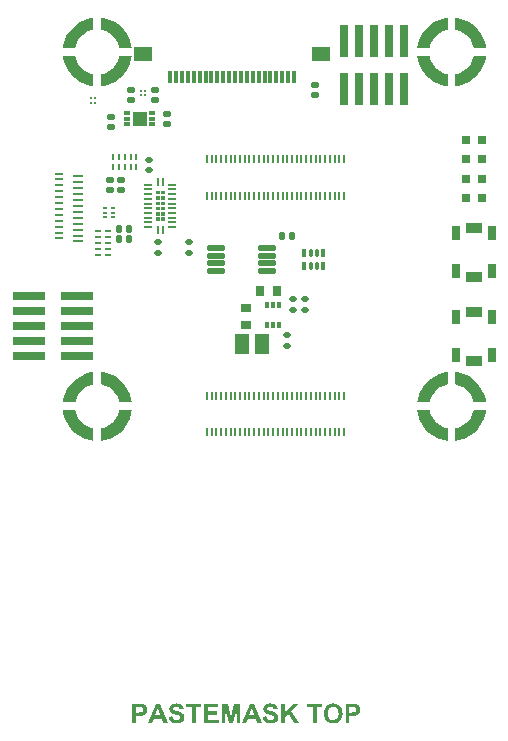
<source format=gtp>
G04*
G04 #@! TF.GenerationSoftware,Altium Limited,Altium Designer,22.5.1 (42)*
G04*
G04 Layer_Color=8421504*
%FSLAX25Y25*%
%MOIN*%
G70*
G04*
G04 #@! TF.SameCoordinates,7D5A9487-70C0-458F-A832-C6248EDC6538*
G04*
G04*
G04 #@! TF.FilePolarity,Positive*
G04*
G01*
G75*
G04:AMPARAMS|DCode=18|XSize=19.68mil|YSize=23.62mil|CornerRadius=5.12mil|HoleSize=0mil|Usage=FLASHONLY|Rotation=90.000|XOffset=0mil|YOffset=0mil|HoleType=Round|Shape=RoundedRectangle|*
%AMROUNDEDRECTD18*
21,1,0.01968,0.01339,0,0,90.0*
21,1,0.00945,0.02362,0,0,90.0*
1,1,0.01024,0.00669,0.00472*
1,1,0.01024,0.00669,-0.00472*
1,1,0.01024,-0.00669,-0.00472*
1,1,0.01024,-0.00669,0.00472*
%
%ADD18ROUNDEDRECTD18*%
%ADD19R,0.02953X0.03150*%
%ADD20R,0.02900X0.11000*%
%ADD21R,0.11000X0.02900*%
%ADD22R,0.04724X0.07165*%
%ADD23R,0.01181X0.01870*%
%ADD24R,0.03700X0.02600*%
%ADD25R,0.02600X0.03700*%
G04:AMPARAMS|DCode=26|XSize=21.26mil|YSize=23.62mil|CornerRadius=5.53mil|HoleSize=0mil|Usage=FLASHONLY|Rotation=270.000|XOffset=0mil|YOffset=0mil|HoleType=Round|Shape=RoundedRectangle|*
%AMROUNDEDRECTD26*
21,1,0.02126,0.01257,0,0,270.0*
21,1,0.01021,0.02362,0,0,270.0*
1,1,0.01106,-0.00628,-0.00510*
1,1,0.01106,-0.00628,0.00510*
1,1,0.01106,0.00628,0.00510*
1,1,0.01106,0.00628,-0.00510*
%
%ADD26ROUNDEDRECTD26*%
G04:AMPARAMS|DCode=27|XSize=25.59mil|YSize=15.75mil|CornerRadius=3.94mil|HoleSize=0mil|Usage=FLASHONLY|Rotation=270.000|XOffset=0mil|YOffset=0mil|HoleType=Round|Shape=RoundedRectangle|*
%AMROUNDEDRECTD27*
21,1,0.02559,0.00787,0,0,270.0*
21,1,0.01772,0.01575,0,0,270.0*
1,1,0.00787,-0.00394,-0.00886*
1,1,0.00787,-0.00394,0.00886*
1,1,0.00787,0.00394,0.00886*
1,1,0.00787,0.00394,-0.00886*
%
%ADD27ROUNDEDRECTD27*%
G04:AMPARAMS|DCode=28|XSize=25.59mil|YSize=11.81mil|CornerRadius=2.95mil|HoleSize=0mil|Usage=FLASHONLY|Rotation=270.000|XOffset=0mil|YOffset=0mil|HoleType=Round|Shape=RoundedRectangle|*
%AMROUNDEDRECTD28*
21,1,0.02559,0.00591,0,0,270.0*
21,1,0.01968,0.01181,0,0,270.0*
1,1,0.00591,-0.00295,-0.00984*
1,1,0.00591,-0.00295,0.00984*
1,1,0.00591,0.00295,0.00984*
1,1,0.00591,0.00295,-0.00984*
%
%ADD28ROUNDEDRECTD28*%
G04:AMPARAMS|DCode=29|XSize=57.87mil|YSize=18.9mil|CornerRadius=2.36mil|HoleSize=0mil|Usage=FLASHONLY|Rotation=0.000|XOffset=0mil|YOffset=0mil|HoleType=Round|Shape=RoundedRectangle|*
%AMROUNDEDRECTD29*
21,1,0.05787,0.01417,0,0,0.0*
21,1,0.05315,0.01890,0,0,0.0*
1,1,0.00472,0.02657,-0.00709*
1,1,0.00472,-0.02657,-0.00709*
1,1,0.00472,-0.02657,0.00709*
1,1,0.00472,0.02657,0.00709*
%
%ADD29ROUNDEDRECTD29*%
%ADD30R,0.01181X0.03937*%
%ADD31R,0.06496X0.05118*%
%ADD32C,0.00800*%
%ADD33R,0.02362X0.01181*%
%ADD34R,0.04528X0.05118*%
G04:AMPARAMS|DCode=35|XSize=21.26mil|YSize=23.62mil|CornerRadius=5.53mil|HoleSize=0mil|Usage=FLASHONLY|Rotation=0.000|XOffset=0mil|YOffset=0mil|HoleType=Round|Shape=RoundedRectangle|*
%AMROUNDEDRECTD35*
21,1,0.02126,0.01257,0,0,0.0*
21,1,0.01021,0.02362,0,0,0.0*
1,1,0.01106,0.00510,-0.00628*
1,1,0.01106,-0.00510,-0.00628*
1,1,0.01106,-0.00510,0.00628*
1,1,0.01106,0.00510,0.00628*
%
%ADD35ROUNDEDRECTD35*%
%ADD36R,0.03543X0.01063*%
%ADD37R,0.03150X0.01063*%
G04:AMPARAMS|DCode=38|XSize=22.24mil|YSize=7.87mil|CornerRadius=1.97mil|HoleSize=0mil|Usage=FLASHONLY|Rotation=270.000|XOffset=0mil|YOffset=0mil|HoleType=Round|Shape=RoundedRectangle|*
%AMROUNDEDRECTD38*
21,1,0.02224,0.00394,0,0,270.0*
21,1,0.01831,0.00787,0,0,270.0*
1,1,0.00394,-0.00197,-0.00915*
1,1,0.00394,-0.00197,0.00915*
1,1,0.00394,0.00197,0.00915*
1,1,0.00394,0.00197,-0.00915*
%
%ADD38ROUNDEDRECTD38*%
G04:AMPARAMS|DCode=39|XSize=22.24mil|YSize=7.87mil|CornerRadius=0.98mil|HoleSize=0mil|Usage=FLASHONLY|Rotation=270.000|XOffset=0mil|YOffset=0mil|HoleType=Round|Shape=RoundedRectangle|*
%AMROUNDEDRECTD39*
21,1,0.02224,0.00591,0,0,270.0*
21,1,0.02028,0.00787,0,0,270.0*
1,1,0.00197,-0.00295,-0.01014*
1,1,0.00197,-0.00295,0.01014*
1,1,0.00197,0.00295,0.01014*
1,1,0.00197,0.00295,-0.01014*
%
%ADD39ROUNDEDRECTD39*%
G04:AMPARAMS|DCode=40|XSize=22.24mil|YSize=7.87mil|CornerRadius=1.97mil|HoleSize=0mil|Usage=FLASHONLY|Rotation=180.000|XOffset=0mil|YOffset=0mil|HoleType=Round|Shape=RoundedRectangle|*
%AMROUNDEDRECTD40*
21,1,0.02224,0.00394,0,0,180.0*
21,1,0.01831,0.00787,0,0,180.0*
1,1,0.00394,-0.00915,0.00197*
1,1,0.00394,0.00915,0.00197*
1,1,0.00394,0.00915,-0.00197*
1,1,0.00394,-0.00915,-0.00197*
%
%ADD40ROUNDEDRECTD40*%
G04:AMPARAMS|DCode=41|XSize=22.24mil|YSize=7.87mil|CornerRadius=0.98mil|HoleSize=0mil|Usage=FLASHONLY|Rotation=180.000|XOffset=0mil|YOffset=0mil|HoleType=Round|Shape=RoundedRectangle|*
%AMROUNDEDRECTD41*
21,1,0.02224,0.00591,0,0,180.0*
21,1,0.02028,0.00787,0,0,180.0*
1,1,0.00197,-0.01014,0.00295*
1,1,0.00197,0.01014,0.00295*
1,1,0.00197,0.01014,-0.00295*
1,1,0.00197,-0.01014,-0.00295*
%
%ADD41ROUNDEDRECTD41*%
%ADD42R,0.01654X0.00866*%
%ADD43R,0.05512X0.03740*%
%ADD44R,0.02953X0.04528*%
%ADD45R,0.00787X0.02756*%
%ADD46C,0.01000*%
G04:AMPARAMS|DCode=47|XSize=25.98mil|YSize=8.66mil|CornerRadius=1.08mil|HoleSize=0mil|Usage=FLASHONLY|Rotation=180.000|XOffset=0mil|YOffset=0mil|HoleType=Round|Shape=RoundedRectangle|*
%AMROUNDEDRECTD47*
21,1,0.02598,0.00650,0,0,180.0*
21,1,0.02382,0.00866,0,0,180.0*
1,1,0.00217,-0.01191,0.00325*
1,1,0.00217,0.01191,0.00325*
1,1,0.00217,0.01191,-0.00325*
1,1,0.00217,-0.01191,-0.00325*
%
%ADD47ROUNDEDRECTD47*%
G04:AMPARAMS|DCode=48|XSize=8.66mil|YSize=25.98mil|CornerRadius=1.08mil|HoleSize=0mil|Usage=FLASHONLY|Rotation=180.000|XOffset=0mil|YOffset=0mil|HoleType=Round|Shape=RoundedRectangle|*
%AMROUNDEDRECTD48*
21,1,0.00866,0.02382,0,0,180.0*
21,1,0.00650,0.02598,0,0,180.0*
1,1,0.00217,-0.00325,0.01191*
1,1,0.00217,0.00325,0.01191*
1,1,0.00217,0.00325,-0.01191*
1,1,0.00217,-0.00325,-0.01191*
%
%ADD48ROUNDEDRECTD48*%
G36*
X6643Y28406D02*
X5462D01*
Y29587D01*
X6643D01*
Y28406D01*
D02*
G37*
G36*
Y26634D02*
X5462D01*
Y27815D01*
X6643D01*
Y26634D01*
D02*
G37*
G36*
Y24862D02*
X5462D01*
Y26043D01*
X6643D01*
Y24862D01*
D02*
G37*
G36*
X-11870Y-25583D02*
X-10009Y-26117D01*
X-8264Y-26955D01*
X-6683Y-28073D01*
X-5312Y-29439D01*
X-4188Y-31015D01*
X-3344Y-32757D01*
X-2803Y-34616D01*
X-2691Y-35577D01*
X-2691Y-35620D01*
X-6742D01*
Y-35616D01*
X-6742Y-35616D01*
X-6862Y-35055D01*
X-7228Y-33970D01*
X-7757Y-32953D01*
X-8434Y-32029D01*
X-9244Y-31220D01*
X-10169Y-30543D01*
X-11185Y-30016D01*
X-12271Y-29649D01*
X-12832Y-29530D01*
Y-25475D01*
X-11870Y-25583D01*
D02*
G37*
G36*
X-15391Y-29531D02*
X-15395D01*
Y-29531D01*
X-15956Y-29651D01*
X-17041Y-30018D01*
X-18058Y-30546D01*
X-18982Y-31223D01*
X-19792Y-32033D01*
X-20468Y-32958D01*
X-20996Y-33974D01*
X-21362Y-35060D01*
X-21481Y-35620D01*
X-25536D01*
X-25428Y-34659D01*
X-24894Y-32798D01*
X-24056Y-31053D01*
X-22939Y-29472D01*
X-21572Y-28101D01*
X-19996Y-26977D01*
X-18254Y-26133D01*
X-16395Y-25592D01*
X-15434Y-25480D01*
X-15391Y-25480D01*
Y-29531D01*
D02*
G37*
G36*
X-2686Y-38179D02*
X-2794Y-39141D01*
X-3328Y-41002D01*
X-4166Y-42747D01*
X-5284Y-44328D01*
X-6650Y-45699D01*
X-8226Y-46823D01*
X-9968Y-47667D01*
X-11827Y-48208D01*
X-12788Y-48320D01*
X-12832D01*
Y-44269D01*
X-12827D01*
X-12266Y-44149D01*
X-11181Y-43782D01*
X-10164Y-43254D01*
X-9240Y-42577D01*
X-8431Y-41767D01*
X-7754Y-40843D01*
X-7226Y-39826D01*
X-6861Y-38740D01*
X-6741Y-38179D01*
X-2686Y-38179D01*
Y-38179D01*
D02*
G37*
G36*
X-21360Y-38745D02*
X-20993Y-39830D01*
X-20465Y-40847D01*
X-19788Y-41771D01*
X-18978Y-42581D01*
X-18054Y-43257D01*
X-17037Y-43784D01*
X-15951Y-44151D01*
X-15391Y-44270D01*
X-15391Y-44270D01*
X-15391Y-48325D01*
X-16352Y-48217D01*
X-18213Y-47683D01*
X-19958Y-46845D01*
X-21539Y-45727D01*
X-22910Y-44361D01*
X-24034Y-42785D01*
X-24878Y-41043D01*
X-25419Y-39184D01*
X-25531Y-38223D01*
X-21476D01*
X-21480Y-38184D01*
X-21360Y-38745D01*
D02*
G37*
G36*
X-11870Y92519D02*
X-10009Y91985D01*
X-8264Y91147D01*
X-6683Y90029D01*
X-5312Y88663D01*
X-4188Y87087D01*
X-3344Y85345D01*
X-2803Y83486D01*
X-2691Y82525D01*
X-2691Y82481D01*
X-6742D01*
Y82486D01*
X-6742Y82486D01*
X-6862Y83047D01*
X-7228Y84132D01*
X-7757Y85149D01*
X-8434Y86073D01*
X-9244Y86883D01*
X-10169Y87559D01*
X-11185Y88086D01*
X-12271Y88452D01*
X-12832Y88572D01*
Y92627D01*
X-11870Y92519D01*
D02*
G37*
G36*
X-15391Y88571D02*
X-15395D01*
Y88571D01*
X-15956Y88451D01*
X-17041Y88085D01*
X-18058Y87556D01*
X-18982Y86879D01*
X-19792Y86069D01*
X-20468Y85145D01*
X-20996Y84128D01*
X-21362Y83042D01*
X-21481Y82481D01*
X-25536D01*
X-25428Y83443D01*
X-24894Y85304D01*
X-24056Y87049D01*
X-22939Y88630D01*
X-21572Y90001D01*
X-19996Y91125D01*
X-18254Y91969D01*
X-16395Y92510D01*
X-15434Y92622D01*
X-15391Y92622D01*
Y88571D01*
D02*
G37*
G36*
X-2686Y79922D02*
X-2794Y78961D01*
X-3328Y77100D01*
X-4166Y75355D01*
X-5284Y73774D01*
X-6650Y72403D01*
X-8226Y71279D01*
X-9968Y70435D01*
X-11827Y69894D01*
X-12788Y69782D01*
X-12832D01*
Y73833D01*
X-12827D01*
X-12266Y73953D01*
X-11181Y74319D01*
X-10164Y74848D01*
X-9240Y75525D01*
X-8431Y76335D01*
X-7754Y77259D01*
X-7226Y78276D01*
X-6861Y79362D01*
X-6741Y79922D01*
X-2686Y79922D01*
Y79922D01*
D02*
G37*
G36*
X-21360Y79357D02*
X-20993Y78272D01*
X-20465Y77255D01*
X-19788Y76331D01*
X-18978Y75521D01*
X-18054Y74845D01*
X-17037Y74318D01*
X-15951Y73952D01*
X-15391Y73832D01*
X-15391Y73832D01*
X-15391Y69777D01*
X-16352Y69885D01*
X-18213Y70419D01*
X-19958Y71257D01*
X-21539Y72374D01*
X-22910Y73741D01*
X-24034Y75317D01*
X-24878Y77059D01*
X-25419Y78918D01*
X-25531Y79879D01*
X-21476D01*
X-21480Y79918D01*
X-21360Y79357D01*
D02*
G37*
G36*
X6643Y33721D02*
X5462D01*
Y34902D01*
X6643D01*
Y33721D01*
D02*
G37*
G36*
Y31949D02*
X5462D01*
Y33130D01*
X6643D01*
Y31949D01*
D02*
G37*
G36*
Y30177D02*
X5462D01*
Y31358D01*
X6643D01*
Y30177D01*
D02*
G37*
G36*
X8415Y28406D02*
X7234D01*
Y29587D01*
X8415D01*
Y28406D01*
D02*
G37*
G36*
Y26634D02*
X7234D01*
Y27815D01*
X8415D01*
Y26634D01*
D02*
G37*
G36*
Y24862D02*
X7234D01*
Y26043D01*
X8415D01*
Y24862D01*
D02*
G37*
G36*
X106241Y-25583D02*
X108102Y-26117D01*
X109847Y-26955D01*
X111428Y-28073D01*
X112799Y-29439D01*
X113923Y-31015D01*
X114767Y-32757D01*
X115308Y-34616D01*
X115420Y-35577D01*
X115420Y-35620D01*
X111369D01*
Y-35616D01*
X111369Y-35616D01*
X111249Y-35055D01*
X110882Y-33970D01*
X110354Y-32953D01*
X109677Y-32029D01*
X108867Y-31220D01*
X107942Y-30543D01*
X106926Y-30016D01*
X105840Y-29649D01*
X105280Y-29530D01*
Y-25475D01*
X106241Y-25583D01*
D02*
G37*
G36*
X102720Y-29531D02*
X102716D01*
Y-29531D01*
X102155Y-29651D01*
X101070Y-30018D01*
X100053Y-30546D01*
X99129Y-31223D01*
X98320Y-32033D01*
X97643Y-32958D01*
X97115Y-33974D01*
X96750Y-35060D01*
X96630Y-35620D01*
X92575D01*
X92683Y-34659D01*
X93217Y-32798D01*
X94055Y-31053D01*
X95173Y-29472D01*
X96539Y-28101D01*
X98115Y-26977D01*
X99857Y-26133D01*
X101716Y-25592D01*
X102677Y-25480D01*
X102720Y-25480D01*
Y-29531D01*
D02*
G37*
G36*
X115425Y-38179D02*
X115317Y-39141D01*
X114783Y-41002D01*
X113945Y-42747D01*
X112827Y-44328D01*
X111461Y-45699D01*
X109885Y-46823D01*
X108143Y-47667D01*
X106284Y-48208D01*
X105323Y-48320D01*
X105280D01*
Y-44269D01*
X105284D01*
X105845Y-44149D01*
X106930Y-43782D01*
X107947Y-43254D01*
X108871Y-42577D01*
X109680Y-41767D01*
X110357Y-40843D01*
X110884Y-39826D01*
X111250Y-38740D01*
X111370Y-38179D01*
X115425Y-38179D01*
Y-38179D01*
D02*
G37*
G36*
X96751Y-38745D02*
X97118Y-39830D01*
X97646Y-40847D01*
X98323Y-41771D01*
X99133Y-42581D01*
X100057Y-43257D01*
X101074Y-43784D01*
X102160Y-44151D01*
X102720Y-44270D01*
X102720Y-44270D01*
X102720Y-48325D01*
X101759Y-48217D01*
X99898Y-47683D01*
X98153Y-46845D01*
X96572Y-45727D01*
X95201Y-44361D01*
X94077Y-42785D01*
X93233Y-41043D01*
X92692Y-39184D01*
X92580Y-38223D01*
X96635D01*
X96631Y-38184D01*
X96751Y-38745D01*
D02*
G37*
G36*
X106241Y92519D02*
X108102Y91985D01*
X109847Y91147D01*
X111428Y90029D01*
X112799Y88663D01*
X113923Y87087D01*
X114767Y85345D01*
X115308Y83486D01*
X115420Y82525D01*
X115420Y82481D01*
X111369D01*
Y82486D01*
X111369Y82486D01*
X111249Y83047D01*
X110882Y84132D01*
X110354Y85149D01*
X109677Y86073D01*
X108867Y86883D01*
X107942Y87559D01*
X106926Y88086D01*
X105840Y88452D01*
X105280Y88572D01*
Y92627D01*
X106241Y92519D01*
D02*
G37*
G36*
X102720Y88571D02*
X102716D01*
Y88571D01*
X102155Y88451D01*
X101070Y88085D01*
X100053Y87556D01*
X99129Y86879D01*
X98320Y86069D01*
X97643Y85145D01*
X97115Y84128D01*
X96750Y83042D01*
X96630Y82481D01*
X92575D01*
X92683Y83443D01*
X93217Y85304D01*
X94055Y87049D01*
X95173Y88630D01*
X96539Y90001D01*
X98115Y91125D01*
X99857Y91969D01*
X101716Y92510D01*
X102677Y92622D01*
X102720Y92622D01*
Y88571D01*
D02*
G37*
G36*
X115425Y79922D02*
X115317Y78961D01*
X114783Y77100D01*
X113945Y75355D01*
X112827Y73774D01*
X111461Y72403D01*
X109885Y71279D01*
X108143Y70435D01*
X106284Y69894D01*
X105323Y69782D01*
X105280D01*
Y73833D01*
X105284D01*
X105845Y73953D01*
X106930Y74319D01*
X107947Y74848D01*
X108871Y75525D01*
X109680Y76335D01*
X110357Y77259D01*
X110884Y78276D01*
X111250Y79362D01*
X111370Y79922D01*
X115425Y79922D01*
Y79922D01*
D02*
G37*
G36*
X96751Y79357D02*
X97118Y78272D01*
X97646Y77255D01*
X98323Y76331D01*
X99133Y75521D01*
X100057Y74845D01*
X101074Y74318D01*
X102160Y73952D01*
X102720Y73832D01*
X102720Y73832D01*
X102720Y69777D01*
X101759Y69885D01*
X99898Y70419D01*
X98153Y71257D01*
X96572Y72374D01*
X95201Y73741D01*
X94077Y75317D01*
X93233Y77059D01*
X92692Y78918D01*
X92580Y79879D01*
X96635D01*
X96631Y79918D01*
X96751Y79357D01*
D02*
G37*
G36*
X8415Y33721D02*
X7234D01*
Y34902D01*
X8415D01*
Y33721D01*
D02*
G37*
G36*
Y31949D02*
X7234D01*
Y33130D01*
X8415D01*
Y31949D01*
D02*
G37*
G36*
Y30177D02*
X7234D01*
Y31358D01*
X8415D01*
Y30177D01*
D02*
G37*
G36*
X43748Y-135958D02*
X43849Y-135967D01*
X43970Y-135977D01*
X44090Y-135995D01*
X44229Y-136014D01*
X44525Y-136078D01*
X44673Y-136125D01*
X44821Y-136171D01*
X44969Y-136236D01*
X45107Y-136310D01*
X45237Y-136393D01*
X45357Y-136485D01*
X45366Y-136495D01*
X45385Y-136513D01*
X45413Y-136541D01*
X45450Y-136578D01*
X45496Y-136633D01*
X45551Y-136698D01*
X45607Y-136772D01*
X45672Y-136855D01*
X45727Y-136957D01*
X45783Y-137059D01*
X45838Y-137179D01*
X45884Y-137309D01*
X45931Y-137438D01*
X45968Y-137586D01*
X45995Y-137734D01*
X46005Y-137901D01*
X44710Y-137947D01*
Y-137938D01*
Y-137928D01*
X44691Y-137864D01*
X44673Y-137780D01*
X44636Y-137679D01*
X44589Y-137558D01*
X44525Y-137447D01*
X44441Y-137336D01*
X44349Y-137244D01*
X44340Y-137235D01*
X44303Y-137207D01*
X44238Y-137170D01*
X44145Y-137133D01*
X44034Y-137096D01*
X43896Y-137059D01*
X43729Y-137031D01*
X43535Y-137022D01*
X43442D01*
X43341Y-137031D01*
X43220Y-137050D01*
X43082Y-137077D01*
X42934Y-137124D01*
X42795Y-137179D01*
X42665Y-137262D01*
X42656Y-137272D01*
X42638Y-137290D01*
X42601Y-137318D01*
X42564Y-137364D01*
X42527Y-137420D01*
X42490Y-137494D01*
X42471Y-137568D01*
X42462Y-137660D01*
Y-137669D01*
Y-137697D01*
X42471Y-137743D01*
X42490Y-137790D01*
X42508Y-137854D01*
X42536Y-137919D01*
X42582Y-137984D01*
X42647Y-138049D01*
X42656Y-138058D01*
X42702Y-138086D01*
X42730Y-138104D01*
X42776Y-138123D01*
X42823Y-138150D01*
X42887Y-138178D01*
X42961Y-138206D01*
X43045Y-138243D01*
X43146Y-138280D01*
X43248Y-138317D01*
X43378Y-138354D01*
X43516Y-138391D01*
X43664Y-138428D01*
X43831Y-138474D01*
X43840D01*
X43877Y-138483D01*
X43923Y-138493D01*
X43988Y-138511D01*
X44062Y-138530D01*
X44155Y-138557D01*
X44256Y-138585D01*
X44358Y-138613D01*
X44580Y-138687D01*
X44811Y-138761D01*
X45033Y-138844D01*
X45126Y-138890D01*
X45218Y-138937D01*
X45228D01*
X45237Y-138946D01*
X45292Y-138983D01*
X45376Y-139038D01*
X45477Y-139112D01*
X45588Y-139205D01*
X45709Y-139316D01*
X45829Y-139445D01*
X45931Y-139593D01*
X45940Y-139612D01*
X45968Y-139667D01*
X46014Y-139751D01*
X46060Y-139871D01*
X46106Y-140019D01*
X46153Y-140195D01*
X46180Y-140389D01*
X46190Y-140611D01*
Y-140620D01*
Y-140639D01*
Y-140666D01*
Y-140703D01*
X46180Y-140750D01*
X46171Y-140814D01*
X46153Y-140944D01*
X46116Y-141110D01*
X46060Y-141286D01*
X45977Y-141462D01*
X45875Y-141647D01*
Y-141656D01*
X45857Y-141665D01*
X45820Y-141721D01*
X45746Y-141813D01*
X45653Y-141915D01*
X45533Y-142035D01*
X45376Y-142146D01*
X45209Y-142257D01*
X45006Y-142359D01*
X44996D01*
X44978Y-142368D01*
X44950Y-142378D01*
X44904Y-142396D01*
X44848Y-142415D01*
X44784Y-142433D01*
X44710Y-142452D01*
X44626Y-142470D01*
X44525Y-142498D01*
X44423Y-142516D01*
X44182Y-142553D01*
X43914Y-142581D01*
X43618Y-142590D01*
X43498D01*
X43415Y-142581D01*
X43313Y-142572D01*
X43202Y-142563D01*
X43072Y-142544D01*
X42934Y-142516D01*
X42628Y-142452D01*
X42471Y-142405D01*
X42323Y-142359D01*
X42166Y-142294D01*
X42018Y-142220D01*
X41879Y-142137D01*
X41750Y-142035D01*
X41740Y-142026D01*
X41722Y-142008D01*
X41685Y-141980D01*
X41648Y-141934D01*
X41592Y-141869D01*
X41537Y-141795D01*
X41472Y-141712D01*
X41407Y-141619D01*
X41343Y-141508D01*
X41278Y-141388D01*
X41213Y-141249D01*
X41148Y-141101D01*
X41102Y-140944D01*
X41047Y-140768D01*
X41010Y-140583D01*
X40982Y-140389D01*
X42240Y-140269D01*
Y-140278D01*
X42249Y-140296D01*
Y-140333D01*
X42258Y-140370D01*
X42295Y-140481D01*
X42342Y-140620D01*
X42397Y-140777D01*
X42480Y-140935D01*
X42573Y-141073D01*
X42693Y-141203D01*
X42712Y-141212D01*
X42758Y-141249D01*
X42832Y-141295D01*
X42943Y-141351D01*
X43082Y-141406D01*
X43239Y-141453D01*
X43424Y-141490D01*
X43637Y-141499D01*
X43738D01*
X43849Y-141480D01*
X43988Y-141462D01*
X44136Y-141434D01*
X44293Y-141388D01*
X44441Y-141323D01*
X44571Y-141240D01*
X44589Y-141231D01*
X44626Y-141194D01*
X44673Y-141138D01*
X44737Y-141064D01*
X44793Y-140972D01*
X44848Y-140861D01*
X44885Y-140750D01*
X44895Y-140620D01*
Y-140611D01*
Y-140583D01*
X44885Y-140537D01*
X44876Y-140481D01*
X44858Y-140426D01*
X44839Y-140361D01*
X44802Y-140296D01*
X44756Y-140232D01*
X44747Y-140222D01*
X44728Y-140204D01*
X44700Y-140176D01*
X44654Y-140139D01*
X44589Y-140093D01*
X44506Y-140047D01*
X44414Y-140000D01*
X44293Y-139954D01*
X44284D01*
X44247Y-139936D01*
X44182Y-139917D01*
X44136Y-139899D01*
X44081Y-139889D01*
X44016Y-139871D01*
X43942Y-139843D01*
X43859Y-139825D01*
X43766Y-139797D01*
X43655Y-139769D01*
X43535Y-139741D01*
X43405Y-139704D01*
X43257Y-139667D01*
X43248D01*
X43211Y-139658D01*
X43156Y-139640D01*
X43091Y-139621D01*
X43008Y-139593D01*
X42906Y-139566D01*
X42804Y-139529D01*
X42684Y-139492D01*
X42443Y-139399D01*
X42212Y-139288D01*
X42092Y-139233D01*
X41990Y-139168D01*
X41888Y-139103D01*
X41805Y-139038D01*
X41796Y-139029D01*
X41777Y-139011D01*
X41750Y-138983D01*
X41713Y-138946D01*
X41666Y-138890D01*
X41620Y-138826D01*
X41565Y-138761D01*
X41518Y-138678D01*
X41407Y-138483D01*
X41315Y-138261D01*
X41278Y-138141D01*
X41250Y-138021D01*
X41232Y-137882D01*
X41222Y-137743D01*
Y-137734D01*
Y-137725D01*
Y-137697D01*
Y-137660D01*
X41241Y-137568D01*
X41259Y-137447D01*
X41287Y-137309D01*
X41333Y-137151D01*
X41398Y-136985D01*
X41491Y-136828D01*
Y-136818D01*
X41500Y-136809D01*
X41546Y-136754D01*
X41602Y-136680D01*
X41694Y-136587D01*
X41805Y-136485D01*
X41944Y-136374D01*
X42101Y-136273D01*
X42286Y-136180D01*
X42295D01*
X42314Y-136171D01*
X42342Y-136162D01*
X42379Y-136143D01*
X42434Y-136125D01*
X42490Y-136106D01*
X42564Y-136088D01*
X42647Y-136060D01*
X42832Y-136023D01*
X43045Y-135986D01*
X43285Y-135958D01*
X43553Y-135949D01*
X43664D01*
X43748Y-135958D01*
D02*
G37*
G36*
X12436Y-135958D02*
X12538Y-135967D01*
X12658Y-135977D01*
X12779Y-135995D01*
X12917Y-136014D01*
X13213Y-136078D01*
X13361Y-136125D01*
X13509Y-136171D01*
X13657Y-136236D01*
X13796Y-136310D01*
X13926Y-136393D01*
X14046Y-136485D01*
X14055Y-136495D01*
X14074Y-136513D01*
X14101Y-136541D01*
X14138Y-136578D01*
X14185Y-136633D01*
X14240Y-136698D01*
X14296Y-136772D01*
X14360Y-136855D01*
X14416Y-136957D01*
X14471Y-137059D01*
X14527Y-137179D01*
X14573Y-137309D01*
X14619Y-137438D01*
X14656Y-137586D01*
X14684Y-137734D01*
X14693Y-137901D01*
X13398Y-137947D01*
Y-137938D01*
Y-137928D01*
X13380Y-137864D01*
X13361Y-137780D01*
X13324Y-137679D01*
X13278Y-137558D01*
X13213Y-137447D01*
X13130Y-137336D01*
X13038Y-137244D01*
X13028Y-137235D01*
X12991Y-137207D01*
X12927Y-137170D01*
X12834Y-137133D01*
X12723Y-137096D01*
X12584Y-137059D01*
X12418Y-137031D01*
X12224Y-137022D01*
X12131D01*
X12029Y-137031D01*
X11909Y-137050D01*
X11770Y-137077D01*
X11622Y-137124D01*
X11484Y-137179D01*
X11354Y-137262D01*
X11345Y-137272D01*
X11326Y-137290D01*
X11289Y-137318D01*
X11252Y-137364D01*
X11215Y-137420D01*
X11178Y-137494D01*
X11160Y-137568D01*
X11151Y-137660D01*
Y-137669D01*
Y-137697D01*
X11160Y-137743D01*
X11178Y-137790D01*
X11197Y-137854D01*
X11225Y-137919D01*
X11271Y-137984D01*
X11336Y-138049D01*
X11345Y-138058D01*
X11391Y-138086D01*
X11419Y-138104D01*
X11465Y-138123D01*
X11511Y-138150D01*
X11576Y-138178D01*
X11650Y-138206D01*
X11733Y-138243D01*
X11835Y-138280D01*
X11937Y-138317D01*
X12066Y-138354D01*
X12205Y-138391D01*
X12353Y-138428D01*
X12520Y-138474D01*
X12529D01*
X12566Y-138483D01*
X12612Y-138493D01*
X12677Y-138511D01*
X12751Y-138530D01*
X12843Y-138557D01*
X12945Y-138585D01*
X13047Y-138613D01*
X13269Y-138687D01*
X13500Y-138761D01*
X13722Y-138844D01*
X13815Y-138890D01*
X13907Y-138937D01*
X13916D01*
X13926Y-138946D01*
X13981Y-138983D01*
X14064Y-139038D01*
X14166Y-139112D01*
X14277Y-139205D01*
X14397Y-139316D01*
X14518Y-139445D01*
X14619Y-139593D01*
X14629Y-139612D01*
X14656Y-139667D01*
X14703Y-139751D01*
X14749Y-139871D01*
X14795Y-140019D01*
X14841Y-140195D01*
X14869Y-140389D01*
X14878Y-140611D01*
Y-140620D01*
Y-140639D01*
Y-140666D01*
Y-140703D01*
X14869Y-140750D01*
X14860Y-140814D01*
X14841Y-140944D01*
X14804Y-141110D01*
X14749Y-141286D01*
X14666Y-141462D01*
X14564Y-141647D01*
Y-141656D01*
X14545Y-141665D01*
X14508Y-141721D01*
X14434Y-141813D01*
X14342Y-141915D01*
X14222Y-142035D01*
X14064Y-142146D01*
X13898Y-142257D01*
X13694Y-142359D01*
X13685D01*
X13667Y-142368D01*
X13639Y-142378D01*
X13593Y-142396D01*
X13537Y-142415D01*
X13472Y-142433D01*
X13398Y-142452D01*
X13315Y-142470D01*
X13213Y-142498D01*
X13112Y-142516D01*
X12871Y-142553D01*
X12603Y-142581D01*
X12307Y-142590D01*
X12187D01*
X12103Y-142581D01*
X12002Y-142572D01*
X11891Y-142563D01*
X11761Y-142544D01*
X11622Y-142516D01*
X11317Y-142452D01*
X11160Y-142405D01*
X11012Y-142359D01*
X10855Y-142294D01*
X10707Y-142220D01*
X10568Y-142137D01*
X10438Y-142035D01*
X10429Y-142026D01*
X10411Y-142008D01*
X10374Y-141980D01*
X10337Y-141934D01*
X10281Y-141869D01*
X10226Y-141795D01*
X10161Y-141712D01*
X10096Y-141619D01*
X10031Y-141508D01*
X9967Y-141388D01*
X9902Y-141249D01*
X9837Y-141101D01*
X9791Y-140944D01*
X9735Y-140768D01*
X9698Y-140583D01*
X9671Y-140389D01*
X10929Y-140269D01*
Y-140278D01*
X10938Y-140296D01*
Y-140333D01*
X10947Y-140370D01*
X10984Y-140481D01*
X11030Y-140620D01*
X11086Y-140777D01*
X11169Y-140935D01*
X11262Y-141073D01*
X11382Y-141203D01*
X11400Y-141212D01*
X11447Y-141249D01*
X11521Y-141295D01*
X11632Y-141351D01*
X11770Y-141406D01*
X11928Y-141453D01*
X12113Y-141490D01*
X12325Y-141499D01*
X12427D01*
X12538Y-141480D01*
X12677Y-141462D01*
X12825Y-141434D01*
X12982Y-141388D01*
X13130Y-141323D01*
X13260Y-141240D01*
X13278Y-141231D01*
X13315Y-141194D01*
X13361Y-141138D01*
X13426Y-141064D01*
X13482Y-140972D01*
X13537Y-140861D01*
X13574Y-140750D01*
X13583Y-140620D01*
Y-140611D01*
Y-140583D01*
X13574Y-140537D01*
X13565Y-140481D01*
X13546Y-140426D01*
X13528Y-140361D01*
X13491Y-140296D01*
X13445Y-140232D01*
X13435Y-140222D01*
X13417Y-140204D01*
X13389Y-140176D01*
X13343Y-140139D01*
X13278Y-140093D01*
X13195Y-140047D01*
X13102Y-140000D01*
X12982Y-139954D01*
X12973D01*
X12936Y-139936D01*
X12871Y-139917D01*
X12825Y-139899D01*
X12769Y-139889D01*
X12705Y-139871D01*
X12631Y-139843D01*
X12547Y-139825D01*
X12455Y-139797D01*
X12344Y-139769D01*
X12224Y-139741D01*
X12094Y-139704D01*
X11946Y-139667D01*
X11937D01*
X11900Y-139658D01*
X11844Y-139640D01*
X11780Y-139621D01*
X11696Y-139593D01*
X11595Y-139566D01*
X11493Y-139529D01*
X11373Y-139492D01*
X11132Y-139399D01*
X10901Y-139288D01*
X10781Y-139233D01*
X10679Y-139168D01*
X10577Y-139103D01*
X10494Y-139038D01*
X10485Y-139029D01*
X10466Y-139011D01*
X10438Y-138983D01*
X10401Y-138946D01*
X10355Y-138890D01*
X10309Y-138826D01*
X10253Y-138761D01*
X10207Y-138678D01*
X10096Y-138483D01*
X10004Y-138261D01*
X9967Y-138141D01*
X9939Y-138021D01*
X9920Y-137882D01*
X9911Y-137743D01*
Y-137734D01*
Y-137725D01*
Y-137697D01*
Y-137660D01*
X9930Y-137568D01*
X9948Y-137447D01*
X9976Y-137309D01*
X10022Y-137151D01*
X10087Y-136985D01*
X10179Y-136828D01*
Y-136818D01*
X10189Y-136809D01*
X10235Y-136754D01*
X10290Y-136680D01*
X10383Y-136587D01*
X10494Y-136485D01*
X10633Y-136374D01*
X10790Y-136273D01*
X10975Y-136180D01*
X10984D01*
X11003Y-136171D01*
X11030Y-136162D01*
X11067Y-136143D01*
X11123Y-136125D01*
X11178Y-136106D01*
X11252Y-136088D01*
X11336Y-136060D01*
X11521Y-136023D01*
X11733Y-135986D01*
X11974Y-135958D01*
X12242Y-135949D01*
X12353D01*
X12436Y-135958D01*
D02*
G37*
G36*
X50528Y-138567D02*
X53072Y-142470D01*
X51397D01*
X49631Y-139464D01*
X48585Y-140537D01*
Y-142470D01*
X47290D01*
Y-136069D01*
X48585D01*
Y-138918D01*
X51212Y-136069D01*
X52951D01*
X50528Y-138567D01*
D02*
G37*
G36*
X33554Y-142470D02*
X32361D01*
X32352Y-137438D01*
X31094Y-142470D01*
X29845D01*
X28587Y-137438D01*
Y-142470D01*
X27394D01*
Y-136069D01*
X29327D01*
X30474Y-140444D01*
X31612Y-136069D01*
X33554D01*
Y-142470D01*
D02*
G37*
G36*
X71118Y-136078D02*
X71359D01*
X71618Y-136097D01*
X71877Y-136115D01*
X71988Y-136125D01*
X72099Y-136134D01*
X72191Y-136152D01*
X72265Y-136171D01*
X72275D01*
X72293Y-136180D01*
X72321Y-136189D01*
X72358Y-136199D01*
X72460Y-136245D01*
X72589Y-136300D01*
X72728Y-136384D01*
X72885Y-136495D01*
X73033Y-136633D01*
X73181Y-136800D01*
Y-136809D01*
X73200Y-136818D01*
X73218Y-136846D01*
X73237Y-136883D01*
X73274Y-136939D01*
X73301Y-136994D01*
X73338Y-137059D01*
X73375Y-137133D01*
X73440Y-137318D01*
X73505Y-137521D01*
X73542Y-137771D01*
X73560Y-138039D01*
Y-138049D01*
Y-138067D01*
Y-138095D01*
Y-138141D01*
X73551Y-138187D01*
Y-138252D01*
X73533Y-138382D01*
X73505Y-138539D01*
X73468Y-138715D01*
X73412Y-138881D01*
X73338Y-139038D01*
X73329Y-139057D01*
X73301Y-139103D01*
X73255Y-139177D01*
X73190Y-139270D01*
X73116Y-139362D01*
X73015Y-139473D01*
X72913Y-139575D01*
X72793Y-139667D01*
X72774Y-139677D01*
X72737Y-139704D01*
X72672Y-139741D01*
X72589Y-139788D01*
X72487Y-139843D01*
X72376Y-139889D01*
X72256Y-139936D01*
X72127Y-139973D01*
X72108D01*
X72080Y-139982D01*
X72043D01*
X71997Y-139991D01*
X71932Y-140000D01*
X71868Y-140010D01*
X71784D01*
X71701Y-140019D01*
X71599Y-140028D01*
X71488Y-140037D01*
X71368Y-140047D01*
X71239D01*
X71100Y-140056D01*
X69953D01*
Y-142470D01*
X68658D01*
Y-136069D01*
X71017D01*
X71118Y-136078D01*
D02*
G37*
G36*
X60860Y-137151D02*
X58973D01*
Y-142470D01*
X57678D01*
Y-137151D01*
X55782D01*
Y-136069D01*
X60860D01*
Y-137151D01*
D02*
G37*
G36*
X40630Y-142470D02*
X39234D01*
X38679Y-141018D01*
X36107D01*
X35580Y-142470D01*
X34211D01*
X36690Y-136069D01*
X38059D01*
X40630Y-142470D01*
D02*
G37*
G36*
X26191Y-137151D02*
X22741Y-137151D01*
Y-138567D01*
X25951D01*
Y-139649D01*
X22741D01*
Y-141388D01*
X26311Y-141388D01*
Y-142470D01*
X21446Y-142470D01*
Y-136069D01*
X26191Y-136069D01*
Y-137151D01*
D02*
G37*
G36*
X20604Y-137151D02*
X18717D01*
Y-142470D01*
X17422D01*
Y-137151D01*
X15526D01*
Y-136069D01*
X20604D01*
Y-137151D01*
D02*
G37*
G36*
X9319Y-142470D02*
X7922D01*
X7367Y-141018D01*
X4796D01*
X4269Y-142470D01*
X2900D01*
X5379Y-136069D01*
X6748D01*
X9319Y-142470D01*
D02*
G37*
G36*
X51Y-136078D02*
X291D01*
X550Y-136097D01*
X809Y-136115D01*
X920Y-136125D01*
X1031Y-136134D01*
X1124Y-136152D01*
X1198Y-136171D01*
X1207D01*
X1225Y-136180D01*
X1253Y-136189D01*
X1290Y-136199D01*
X1392Y-136245D01*
X1521Y-136300D01*
X1660Y-136384D01*
X1817Y-136495D01*
X1965Y-136633D01*
X2113Y-136800D01*
Y-136809D01*
X2132Y-136818D01*
X2150Y-136846D01*
X2169Y-136883D01*
X2206Y-136939D01*
X2234Y-136994D01*
X2271Y-137059D01*
X2308Y-137133D01*
X2372Y-137318D01*
X2437Y-137521D01*
X2474Y-137771D01*
X2493Y-138039D01*
Y-138049D01*
Y-138067D01*
Y-138095D01*
Y-138141D01*
X2483Y-138187D01*
Y-138252D01*
X2465Y-138382D01*
X2437Y-138539D01*
X2400Y-138715D01*
X2345Y-138881D01*
X2271Y-139038D01*
X2261Y-139057D01*
X2234Y-139103D01*
X2187Y-139177D01*
X2123Y-139270D01*
X2049Y-139362D01*
X1947Y-139473D01*
X1845Y-139575D01*
X1725Y-139667D01*
X1706Y-139677D01*
X1669Y-139704D01*
X1605Y-139741D01*
X1521Y-139788D01*
X1420Y-139843D01*
X1309Y-139889D01*
X1188Y-139936D01*
X1059Y-139973D01*
X1040D01*
X1013Y-139982D01*
X976D01*
X929Y-139991D01*
X865Y-140000D01*
X800Y-140010D01*
X717D01*
X633Y-140019D01*
X532Y-140028D01*
X421Y-140037D01*
X300Y-140047D01*
X171D01*
X32Y-140056D01*
X-1115D01*
Y-142470D01*
X-2410D01*
Y-136069D01*
X-51D01*
X51Y-136078D01*
D02*
G37*
G36*
X64662Y-135958D02*
X64754D01*
X64875Y-135977D01*
X65013Y-135995D01*
X65171Y-136023D01*
X65337Y-136060D01*
X65513Y-136106D01*
X65698Y-136162D01*
X65883Y-136236D01*
X66077Y-136319D01*
X66262Y-136421D01*
X66447Y-136541D01*
X66623Y-136680D01*
X66789Y-136837D01*
X66799Y-136846D01*
X66826Y-136874D01*
X66873Y-136929D01*
X66919Y-136994D01*
X66984Y-137087D01*
X67058Y-137198D01*
X67132Y-137327D01*
X67215Y-137475D01*
X67298Y-137632D01*
X67372Y-137817D01*
X67446Y-138021D01*
X67511Y-138234D01*
X67566Y-138474D01*
X67603Y-138724D01*
X67631Y-138992D01*
X67640Y-139279D01*
Y-139297D01*
Y-139344D01*
X67631Y-139427D01*
Y-139538D01*
X67613Y-139667D01*
X67594Y-139815D01*
X67566Y-139991D01*
X67539Y-140167D01*
X67492Y-140361D01*
X67437Y-140565D01*
X67363Y-140768D01*
X67280Y-140972D01*
X67187Y-141166D01*
X67067Y-141360D01*
X66937Y-141545D01*
X66789Y-141721D01*
X66780Y-141730D01*
X66752Y-141758D01*
X66706Y-141804D01*
X66632Y-141860D01*
X66549Y-141924D01*
X66447Y-141998D01*
X66327Y-142072D01*
X66197Y-142156D01*
X66040Y-142239D01*
X65874Y-142313D01*
X65689Y-142387D01*
X65485Y-142452D01*
X65272Y-142507D01*
X65041Y-142553D01*
X64801Y-142581D01*
X64542Y-142590D01*
X64477D01*
X64403Y-142581D01*
X64310Y-142572D01*
X64190Y-142563D01*
X64051Y-142544D01*
X63894Y-142516D01*
X63728Y-142479D01*
X63543Y-142433D01*
X63367Y-142378D01*
X63173Y-142304D01*
X62988Y-142220D01*
X62793Y-142128D01*
X62618Y-142008D01*
X62442Y-141878D01*
X62275Y-141721D01*
X62266Y-141712D01*
X62238Y-141684D01*
X62201Y-141628D01*
X62146Y-141564D01*
X62081Y-141471D01*
X62007Y-141360D01*
X61933Y-141240D01*
X61859Y-141092D01*
X61776Y-140935D01*
X61702Y-140750D01*
X61628Y-140555D01*
X61563Y-140343D01*
X61508Y-140111D01*
X61471Y-139862D01*
X61443Y-139593D01*
X61434Y-139316D01*
Y-139307D01*
Y-139270D01*
Y-139223D01*
X61443Y-139149D01*
Y-139066D01*
X61452Y-138974D01*
X61461Y-138863D01*
X61471Y-138742D01*
X61508Y-138483D01*
X61554Y-138206D01*
X61628Y-137928D01*
X61720Y-137669D01*
Y-137660D01*
X61730Y-137651D01*
X61748Y-137623D01*
X61757Y-137586D01*
X61813Y-137494D01*
X61878Y-137373D01*
X61961Y-137235D01*
X62063Y-137096D01*
X62183Y-136939D01*
X62312Y-136791D01*
X62322Y-136781D01*
X62331Y-136772D01*
X62377Y-136726D01*
X62460Y-136652D01*
X62562Y-136569D01*
X62682Y-136476D01*
X62821Y-136374D01*
X62978Y-136282D01*
X63145Y-136208D01*
X63154D01*
X63173Y-136199D01*
X63210Y-136180D01*
X63256Y-136171D01*
X63311Y-136143D01*
X63376Y-136125D01*
X63459Y-136106D01*
X63543Y-136078D01*
X63746Y-136032D01*
X63977Y-135986D01*
X64246Y-135958D01*
X64523Y-135949D01*
X64588D01*
X64662Y-135958D01*
D02*
G37*
%LPC*%
G36*
X70915Y-137151D02*
X69953D01*
Y-138974D01*
X70841D01*
X70906Y-138964D01*
X71072D01*
X71239Y-138955D01*
X71405Y-138937D01*
X71553Y-138909D01*
X71618Y-138900D01*
X71673Y-138881D01*
X71683Y-138872D01*
X71720Y-138863D01*
X71766Y-138835D01*
X71821Y-138807D01*
X71886Y-138761D01*
X71951Y-138705D01*
X72025Y-138641D01*
X72080Y-138567D01*
X72090Y-138557D01*
X72108Y-138530D01*
X72127Y-138483D01*
X72154Y-138419D01*
X72182Y-138345D01*
X72210Y-138261D01*
X72219Y-138169D01*
X72228Y-138067D01*
Y-138049D01*
Y-138012D01*
X72219Y-137947D01*
X72201Y-137864D01*
X72173Y-137771D01*
X72136Y-137669D01*
X72090Y-137577D01*
X72016Y-137484D01*
X72006Y-137475D01*
X71979Y-137447D01*
X71932Y-137410D01*
X71877Y-137364D01*
X71803Y-137309D01*
X71710Y-137262D01*
X71609Y-137225D01*
X71498Y-137198D01*
X71488D01*
X71451Y-137188D01*
X71387Y-137179D01*
X71294Y-137170D01*
X71174D01*
X71091Y-137161D01*
X71007D01*
X70915Y-137151D01*
D02*
G37*
G36*
X37365Y-137558D02*
X36496Y-139936D01*
X38262D01*
X37365Y-137558D01*
D02*
G37*
G36*
X6054Y-137558D02*
X5184Y-139936D01*
X6951D01*
X6054Y-137558D01*
D02*
G37*
G36*
X-153Y-137151D02*
X-1115D01*
Y-138974D01*
X-227D01*
X-162Y-138964D01*
X4D01*
X171Y-138955D01*
X337Y-138937D01*
X485Y-138909D01*
X550Y-138900D01*
X606Y-138881D01*
X615Y-138872D01*
X652Y-138863D01*
X698Y-138835D01*
X754Y-138807D01*
X818Y-138761D01*
X883Y-138705D01*
X957Y-138641D01*
X1013Y-138567D01*
X1022Y-138557D01*
X1040Y-138530D01*
X1059Y-138483D01*
X1087Y-138419D01*
X1114Y-138345D01*
X1142Y-138261D01*
X1151Y-138169D01*
X1161Y-138067D01*
Y-138049D01*
Y-138012D01*
X1151Y-137947D01*
X1133Y-137864D01*
X1105Y-137771D01*
X1068Y-137669D01*
X1022Y-137577D01*
X948Y-137484D01*
X939Y-137475D01*
X911Y-137447D01*
X865Y-137410D01*
X809Y-137364D01*
X735Y-137309D01*
X643Y-137262D01*
X541Y-137225D01*
X430Y-137198D01*
X421D01*
X384Y-137188D01*
X319Y-137179D01*
X226Y-137170D01*
X106D01*
X23Y-137161D01*
X-60D01*
X-153Y-137151D01*
D02*
G37*
G36*
X64542Y-137050D02*
X64468D01*
X64412Y-137059D01*
X64338Y-137068D01*
X64264Y-137077D01*
X64079Y-137114D01*
X63876Y-137188D01*
X63765Y-137225D01*
X63654Y-137281D01*
X63552Y-137346D01*
X63441Y-137420D01*
X63339Y-137503D01*
X63247Y-137605D01*
X63237Y-137614D01*
X63228Y-137632D01*
X63200Y-137660D01*
X63173Y-137706D01*
X63136Y-137771D01*
X63099Y-137836D01*
X63052Y-137919D01*
X63006Y-138021D01*
X62960Y-138132D01*
X62914Y-138252D01*
X62877Y-138391D01*
X62840Y-138539D01*
X62812Y-138705D01*
X62784Y-138881D01*
X62775Y-139066D01*
X62766Y-139270D01*
Y-139279D01*
Y-139316D01*
Y-139371D01*
X62775Y-139445D01*
X62784Y-139538D01*
X62793Y-139649D01*
X62812Y-139760D01*
X62830Y-139889D01*
X62886Y-140158D01*
X62978Y-140426D01*
X63034Y-140565D01*
X63099Y-140694D01*
X63182Y-140814D01*
X63265Y-140925D01*
X63274Y-140935D01*
X63293Y-140953D01*
X63321Y-140981D01*
X63358Y-141009D01*
X63404Y-141055D01*
X63469Y-141101D01*
X63533Y-141157D01*
X63617Y-141203D01*
X63792Y-141314D01*
X64014Y-141397D01*
X64135Y-141434D01*
X64264Y-141462D01*
X64403Y-141480D01*
X64542Y-141490D01*
X64616D01*
X64671Y-141480D01*
X64736Y-141471D01*
X64810Y-141462D01*
X64986Y-141416D01*
X65189Y-141351D01*
X65291Y-141305D01*
X65402Y-141258D01*
X65504Y-141194D01*
X65615Y-141120D01*
X65716Y-141036D01*
X65809Y-140935D01*
X65818Y-140925D01*
X65827Y-140907D01*
X65855Y-140879D01*
X65883Y-140833D01*
X65929Y-140768D01*
X65966Y-140694D01*
X66012Y-140611D01*
X66059Y-140509D01*
X66105Y-140398D01*
X66151Y-140278D01*
X66197Y-140139D01*
X66234Y-139982D01*
X66262Y-139825D01*
X66290Y-139649D01*
X66299Y-139455D01*
X66308Y-139251D01*
Y-139242D01*
Y-139205D01*
Y-139149D01*
X66299Y-139066D01*
X66290Y-138974D01*
X66281Y-138872D01*
X66271Y-138752D01*
X66244Y-138631D01*
X66188Y-138363D01*
X66105Y-138086D01*
X66049Y-137947D01*
X65985Y-137827D01*
X65901Y-137706D01*
X65818Y-137595D01*
X65809Y-137586D01*
X65800Y-137568D01*
X65772Y-137549D01*
X65735Y-137512D01*
X65679Y-137466D01*
X65624Y-137420D01*
X65559Y-137373D01*
X65476Y-137318D01*
X65393Y-137272D01*
X65291Y-137225D01*
X65078Y-137133D01*
X64958Y-137096D01*
X64828Y-137077D01*
X64690Y-137059D01*
X64542Y-137050D01*
D02*
G37*
%LPD*%
D18*
X49000Y-13228D02*
D03*
Y-16771D02*
D03*
X55000Y-4772D02*
D03*
Y-1229D02*
D03*
X51000Y-1228D02*
D03*
Y-4771D02*
D03*
X16500Y14228D02*
D03*
Y17772D02*
D03*
X6151Y17703D02*
D03*
Y14160D02*
D03*
X3001Y41729D02*
D03*
Y45272D02*
D03*
D19*
X114273Y52001D02*
D03*
X108958D02*
D03*
X114179Y32517D02*
D03*
X108864D02*
D03*
X108895Y39001D02*
D03*
X114210D02*
D03*
X108864Y45501D02*
D03*
X114179Y45501D02*
D03*
D20*
X68000Y69000D02*
D03*
Y85000D02*
D03*
X73000Y69000D02*
D03*
Y85000D02*
D03*
X78000Y69000D02*
D03*
Y85000D02*
D03*
X83000Y69000D02*
D03*
Y85000D02*
D03*
X88000Y69000D02*
D03*
Y85000D02*
D03*
D21*
X-37000Y0D02*
D03*
X-21000D02*
D03*
X-37000Y-5000D02*
D03*
X-21000D02*
D03*
X-37000Y-10000D02*
D03*
X-21000D02*
D03*
X-37000Y-15000D02*
D03*
X-21000D02*
D03*
X-37000Y-20000D02*
D03*
X-21000D02*
D03*
D22*
X40886Y-16000D02*
D03*
X34114D02*
D03*
D23*
X46468Y-9799D02*
D03*
X44500D02*
D03*
X42531D02*
D03*
Y-3201D02*
D03*
X44500D02*
D03*
X46468D02*
D03*
D24*
X35500Y-9800D02*
D03*
Y-4200D02*
D03*
D25*
X40200Y1500D02*
D03*
X45800D02*
D03*
D26*
X58500Y66807D02*
D03*
Y70193D02*
D03*
X-3000Y68693D02*
D03*
Y65307D02*
D03*
X5000Y68693D02*
D03*
Y65307D02*
D03*
X-9700Y59693D02*
D03*
Y56307D02*
D03*
X9000Y57307D02*
D03*
Y60693D02*
D03*
X-6175Y35307D02*
D03*
Y38693D02*
D03*
X-9729Y35307D02*
D03*
Y38693D02*
D03*
D27*
X61149Y9834D02*
D03*
Y14165D02*
D03*
X54850D02*
D03*
Y9834D02*
D03*
D28*
X58984D02*
D03*
X57015Y14165D02*
D03*
X58984D02*
D03*
X57015Y9834D02*
D03*
D29*
X42465Y15839D02*
D03*
Y13280D02*
D03*
Y10721D02*
D03*
Y8161D02*
D03*
X25535D02*
D03*
Y10721D02*
D03*
Y13280D02*
D03*
Y15839D02*
D03*
D30*
X10161Y73000D02*
D03*
X12130D02*
D03*
X14098D02*
D03*
X16067D02*
D03*
X18035D02*
D03*
X20004D02*
D03*
X21972D02*
D03*
X23941D02*
D03*
X25909D02*
D03*
X27878D02*
D03*
X29847D02*
D03*
X31815D02*
D03*
X33784D02*
D03*
X35752D02*
D03*
X37721D02*
D03*
X39689D02*
D03*
X41658D02*
D03*
X43626D02*
D03*
X45594D02*
D03*
X47563D02*
D03*
X49531D02*
D03*
X51500D02*
D03*
D31*
X1205Y80480D02*
D03*
X60457D02*
D03*
D32*
X311Y68189D02*
D03*
X1689D02*
D03*
X311Y66811D02*
D03*
X1689D02*
D03*
D33*
X4134Y57032D02*
D03*
Y60969D02*
D03*
X-4134D02*
D03*
Y59000D02*
D03*
Y57032D02*
D03*
X4134Y59000D02*
D03*
D34*
X0D02*
D03*
D35*
X50693Y20000D02*
D03*
X47307D02*
D03*
X-3451Y18734D02*
D03*
X-6837D02*
D03*
X-3451Y22288D02*
D03*
X-6837D02*
D03*
D36*
X-20521Y31831D02*
D03*
Y33799D02*
D03*
Y27894D02*
D03*
Y25925D02*
D03*
Y29862D02*
D03*
Y39705D02*
D03*
Y37736D02*
D03*
Y35768D02*
D03*
Y21988D02*
D03*
Y23957D02*
D03*
Y20020D02*
D03*
Y18051D02*
D03*
D37*
X-26820Y30846D02*
D03*
Y22972D02*
D03*
Y24941D02*
D03*
Y19035D02*
D03*
Y21004D02*
D03*
Y34783D02*
D03*
Y28878D02*
D03*
Y26909D02*
D03*
Y32815D02*
D03*
Y38720D02*
D03*
Y36752D02*
D03*
Y40689D02*
D03*
D38*
X-1063Y46144D02*
D03*
X-3032D02*
D03*
X-6968D02*
D03*
X-8937D02*
D03*
Y42856D02*
D03*
X-6968D02*
D03*
X-3032D02*
D03*
X-1063D02*
D03*
D39*
X-5000Y46144D02*
D03*
Y42856D02*
D03*
D40*
X-13919Y13621D02*
D03*
Y15589D02*
D03*
Y19526D02*
D03*
Y21495D02*
D03*
X-10631D02*
D03*
Y19526D02*
D03*
Y15589D02*
D03*
Y13621D02*
D03*
D41*
X-13919Y17558D02*
D03*
X-10631D02*
D03*
D42*
X-11554Y29240D02*
D03*
Y27665D02*
D03*
Y26091D02*
D03*
X-8995Y29240D02*
D03*
Y27665D02*
D03*
Y26091D02*
D03*
D43*
X111500Y-21669D02*
D03*
Y-5331D02*
D03*
Y22669D02*
D03*
Y6331D02*
D03*
D44*
X117504Y-19701D02*
D03*
Y-7299D02*
D03*
X105496D02*
D03*
Y-19701D02*
D03*
X117504Y8299D02*
D03*
Y20701D02*
D03*
X105496D02*
D03*
Y8299D02*
D03*
D45*
X68110Y33307D02*
D03*
Y45433D02*
D03*
X66535Y33307D02*
D03*
Y45433D02*
D03*
X64961Y33307D02*
D03*
Y45433D02*
D03*
X63386Y33307D02*
D03*
Y45433D02*
D03*
X61811Y33307D02*
D03*
Y45433D02*
D03*
X60236Y33307D02*
D03*
Y45433D02*
D03*
X58661Y33307D02*
D03*
Y45433D02*
D03*
X57087Y33307D02*
D03*
Y45433D02*
D03*
X55512Y33307D02*
D03*
Y45433D02*
D03*
X53937Y33307D02*
D03*
Y45433D02*
D03*
X52362Y33307D02*
D03*
Y45433D02*
D03*
X50787Y33307D02*
D03*
Y45433D02*
D03*
X49213Y33307D02*
D03*
Y45433D02*
D03*
X47638Y33307D02*
D03*
Y45433D02*
D03*
X46063Y33307D02*
D03*
Y45433D02*
D03*
X44488Y33307D02*
D03*
Y45433D02*
D03*
X42913Y33307D02*
D03*
Y45433D02*
D03*
X41339Y33307D02*
D03*
Y45433D02*
D03*
X39764Y33307D02*
D03*
Y45433D02*
D03*
X38189Y33307D02*
D03*
Y45433D02*
D03*
X36614Y33307D02*
D03*
Y45433D02*
D03*
X35039Y33307D02*
D03*
Y45433D02*
D03*
X33465Y33307D02*
D03*
Y45433D02*
D03*
X31890Y33307D02*
D03*
Y45433D02*
D03*
X30315Y33307D02*
D03*
Y45433D02*
D03*
X28740Y33307D02*
D03*
Y45433D02*
D03*
X27165Y33307D02*
D03*
Y45433D02*
D03*
X25591Y33307D02*
D03*
Y45433D02*
D03*
X24016Y33307D02*
D03*
Y45433D02*
D03*
X22441Y33307D02*
D03*
Y45433D02*
D03*
X50787Y-33307D02*
D03*
X49213D02*
D03*
X47638D02*
D03*
X46063D02*
D03*
X44488D02*
D03*
X68110Y-45433D02*
D03*
Y-33307D02*
D03*
X66535Y-45433D02*
D03*
Y-33307D02*
D03*
X64961Y-45433D02*
D03*
Y-33307D02*
D03*
X63386Y-45433D02*
D03*
Y-33307D02*
D03*
X61811Y-45433D02*
D03*
Y-33307D02*
D03*
X60236Y-45433D02*
D03*
Y-33307D02*
D03*
X58661Y-45433D02*
D03*
Y-33307D02*
D03*
X57087Y-45433D02*
D03*
Y-33307D02*
D03*
X55512Y-45433D02*
D03*
Y-33307D02*
D03*
X53937Y-45433D02*
D03*
Y-33307D02*
D03*
X52362Y-45433D02*
D03*
Y-33307D02*
D03*
X50787Y-45433D02*
D03*
X49213D02*
D03*
X47638D02*
D03*
X46063D02*
D03*
X44488D02*
D03*
X42913D02*
D03*
Y-33307D02*
D03*
X41339Y-45433D02*
D03*
Y-33307D02*
D03*
X39764Y-45433D02*
D03*
Y-33307D02*
D03*
X38189Y-45433D02*
D03*
Y-33307D02*
D03*
X36614Y-45433D02*
D03*
Y-33307D02*
D03*
X35039Y-45433D02*
D03*
Y-33307D02*
D03*
X33465Y-45433D02*
D03*
Y-33307D02*
D03*
X31890Y-45433D02*
D03*
Y-33307D02*
D03*
X30315Y-45433D02*
D03*
Y-33307D02*
D03*
X28740Y-45433D02*
D03*
Y-33307D02*
D03*
X27165Y-45433D02*
D03*
Y-33307D02*
D03*
X25591Y-45433D02*
D03*
Y-33307D02*
D03*
X24016Y-45433D02*
D03*
Y-33307D02*
D03*
X22441Y-45433D02*
D03*
Y-33307D02*
D03*
D46*
X-14713Y65788D02*
D03*
Y64213D02*
D03*
X-16288Y65788D02*
D03*
Y64213D02*
D03*
D47*
X2923Y25945D02*
D03*
Y22795D02*
D03*
Y24370D02*
D03*
Y27520D02*
D03*
Y32244D02*
D03*
Y29095D02*
D03*
Y30669D02*
D03*
Y36969D02*
D03*
Y33819D02*
D03*
Y35394D02*
D03*
X10954Y22795D02*
D03*
Y24370D02*
D03*
Y25945D02*
D03*
Y30669D02*
D03*
Y27520D02*
D03*
Y29095D02*
D03*
Y35394D02*
D03*
Y36969D02*
D03*
Y32244D02*
D03*
Y33819D02*
D03*
D48*
X6151Y21929D02*
D03*
X7726D02*
D03*
Y37835D02*
D03*
X6151D02*
D03*
M02*

</source>
